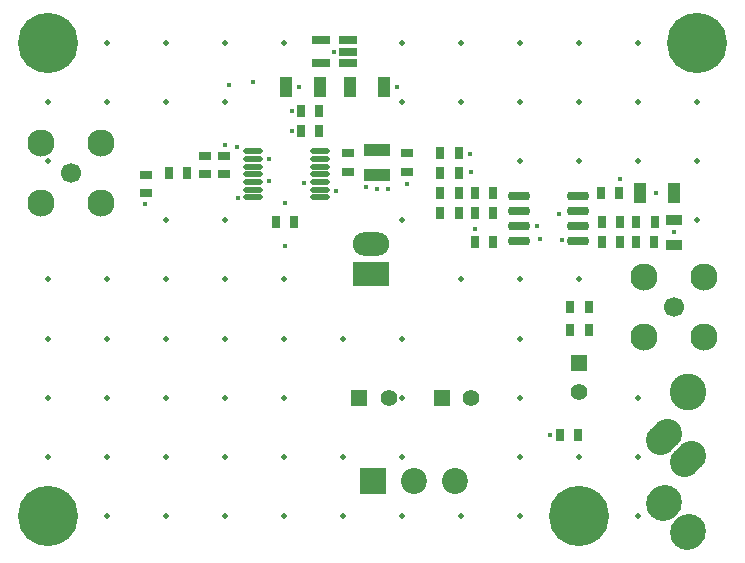
<source format=gts>
G04*
G04 #@! TF.GenerationSoftware,Altium Limited,Altium Designer,21.9.1 (22)*
G04*
G04 Layer_Color=8388736*
%FSAX44Y44*%
%MOMM*%
G71*
G04*
G04 #@! TF.SameCoordinates,86785AD5-1920-4A7D-B972-61179B801B7D*
G04*
G04*
G04 #@! TF.FilePolarity,Negative*
G04*
G01*
G75*
%ADD17R,0.7000X1.0500*%
%ADD18R,1.0500X0.7000*%
%ADD19O,1.7000X0.5000*%
G04:AMPARAMS|DCode=20|XSize=0.7mm|YSize=1.8mm|CornerRadius=0.2mm|HoleSize=0mm|Usage=FLASHONLY|Rotation=90.000|XOffset=0mm|YOffset=0mm|HoleType=Round|Shape=RoundedRectangle|*
%AMROUNDEDRECTD20*
21,1,0.7000,1.4000,0,0,90.0*
21,1,0.3000,1.8000,0,0,90.0*
1,1,0.4000,0.7000,0.1500*
1,1,0.4000,0.7000,-0.1500*
1,1,0.4000,-0.7000,-0.1500*
1,1,0.4000,-0.7000,0.1500*
%
%ADD20ROUNDEDRECTD20*%
%ADD21R,1.1000X1.7500*%
%ADD22R,1.4500X0.9000*%
%ADD23R,2.3000X1.0000*%
%ADD24R,1.5000X0.7000*%
%ADD25O,3.1000X2.0000*%
%ADD26R,3.1000X2.0000*%
%ADD27C,1.7000*%
%ADD28C,2.3000*%
%ADD29R,1.4000X1.4000*%
%ADD30C,1.4000*%
G04:AMPARAMS|DCode=31|XSize=2.5mm|YSize=3.3mm|CornerRadius=0mm|HoleSize=0mm|Usage=FLASHONLY|Rotation=135.000|XOffset=0mm|YOffset=0mm|HoleType=Round|Shape=Round|*
%AMOVALD31*
21,1,0.8000,2.5000,0.0000,0.0000,225.0*
1,1,2.5000,0.2828,0.2828*
1,1,2.5000,-0.2828,-0.2828*
%
%ADD31OVALD31*%

G04:AMPARAMS|DCode=32|XSize=2.9mm|YSize=3.1mm|CornerRadius=0mm|HoleSize=0mm|Usage=FLASHONLY|Rotation=135.000|XOffset=0mm|YOffset=0mm|HoleType=Round|Shape=Round|*
%AMOVALD32*
21,1,0.2000,2.9000,0.0000,0.0000,225.0*
1,1,2.9000,0.0707,0.0707*
1,1,2.9000,-0.0707,-0.0707*
%
%ADD32OVALD32*%

%ADD33C,3.1000*%
%ADD34C,2.2000*%
%ADD35R,2.2000X2.2000*%
%ADD36R,1.4000X1.4000*%
%ADD37C,5.1000*%
%ADD38C,0.5000*%
%ADD39C,0.4000*%
D17*
X01842250Y01407000D02*
D03*
X01857750D02*
D03*
X01614250Y01576000D02*
D03*
X01629750D02*
D03*
X01614250Y01593000D02*
D03*
X01629750D02*
D03*
X01747750Y01523000D02*
D03*
X01732250D02*
D03*
X01898250Y01499000D02*
D03*
X01913750D02*
D03*
X01776750Y01523000D02*
D03*
X01761250D02*
D03*
X01869250Y01499000D02*
D03*
X01884750D02*
D03*
X01502250Y01540000D02*
D03*
X01517750D02*
D03*
X01608750Y01499000D02*
D03*
X01593250D02*
D03*
X01776750Y01506000D02*
D03*
X01761250D02*
D03*
X01747750D02*
D03*
X01732250D02*
D03*
X01869250Y01482000D02*
D03*
X01884750D02*
D03*
X01898000D02*
D03*
X01913500D02*
D03*
X01857750Y01427000D02*
D03*
X01842250D02*
D03*
X01747750Y01540000D02*
D03*
X01732250D02*
D03*
X01747750Y01557000D02*
D03*
X01732250D02*
D03*
X01848750Y01318000D02*
D03*
X01833250D02*
D03*
X01761250Y01482000D02*
D03*
X01776750D02*
D03*
X01883750Y01523000D02*
D03*
X01868250D02*
D03*
D18*
X01533000Y01554750D02*
D03*
Y01539250D02*
D03*
X01654000Y01556750D02*
D03*
Y01541250D02*
D03*
X01549000Y01539250D02*
D03*
Y01554750D02*
D03*
X01483000Y01538750D02*
D03*
Y01523250D02*
D03*
X01704000Y01541250D02*
D03*
Y01556750D02*
D03*
D19*
X01574000Y01558500D02*
D03*
Y01552000D02*
D03*
Y01545500D02*
D03*
Y01539000D02*
D03*
Y01532500D02*
D03*
Y01526000D02*
D03*
Y01519500D02*
D03*
X01630000Y01558500D02*
D03*
Y01552000D02*
D03*
Y01545500D02*
D03*
Y01539000D02*
D03*
Y01532500D02*
D03*
Y01526000D02*
D03*
Y01519500D02*
D03*
D20*
X01799000Y01521050D02*
D03*
Y01508350D02*
D03*
Y01495650D02*
D03*
Y01482950D02*
D03*
X01849000Y01521050D02*
D03*
Y01508350D02*
D03*
Y01495650D02*
D03*
Y01482950D02*
D03*
D21*
X01901500Y01523000D02*
D03*
X01930500D02*
D03*
X01601500Y01613000D02*
D03*
X01630500D02*
D03*
X01684500D02*
D03*
X01655500D02*
D03*
D22*
X01930000Y01478750D02*
D03*
Y01500500D02*
D03*
D23*
X01679000Y01538500D02*
D03*
Y01559500D02*
D03*
D24*
X01654500Y01633500D02*
D03*
Y01643000D02*
D03*
Y01652500D02*
D03*
X01631500D02*
D03*
Y01633500D02*
D03*
D25*
X01674000Y01480000D02*
D03*
D26*
Y01454600D02*
D03*
D27*
X01420000Y01540000D02*
D03*
X01930000Y01427000D02*
D03*
D28*
X01394600Y01514600D02*
D03*
X01445400D02*
D03*
Y01565400D02*
D03*
X01394600D02*
D03*
X01904600Y01401600D02*
D03*
X01955400D02*
D03*
Y01452400D02*
D03*
X01904600D02*
D03*
D29*
X01850000Y01379500D02*
D03*
D30*
Y01354500D02*
D03*
X01688500Y01350000D02*
D03*
X01758500D02*
D03*
D31*
X01922000Y01317000D02*
D03*
X01942000Y01298000D02*
D03*
D32*
X01922000Y01261000D02*
D03*
X01942000Y01236500D02*
D03*
D33*
Y01354500D02*
D03*
D34*
X01710000Y01279001D02*
D03*
X01745000D02*
D03*
D35*
X01675000D02*
D03*
D36*
X01663500Y01350000D02*
D03*
X01733500D02*
D03*
D37*
X01400000Y01650000D02*
D03*
X01950000D02*
D03*
X01850000Y01250000D02*
D03*
X01400000D02*
D03*
D38*
X01950000Y01600000D02*
D03*
Y01550000D02*
D03*
Y01500000D02*
D03*
X01900000Y01650000D02*
D03*
Y01600000D02*
D03*
Y01550000D02*
D03*
Y01350000D02*
D03*
Y01300000D02*
D03*
Y01250000D02*
D03*
X01850000Y01650000D02*
D03*
Y01600000D02*
D03*
Y01550000D02*
D03*
Y01450000D02*
D03*
Y01300000D02*
D03*
X01800000Y01650000D02*
D03*
Y01600000D02*
D03*
Y01550000D02*
D03*
Y01450000D02*
D03*
Y01400000D02*
D03*
Y01350000D02*
D03*
Y01300000D02*
D03*
Y01250000D02*
D03*
X01750000Y01650000D02*
D03*
Y01600000D02*
D03*
Y01450000D02*
D03*
Y01250000D02*
D03*
X01700000Y01650000D02*
D03*
Y01600000D02*
D03*
Y01500000D02*
D03*
Y01400000D02*
D03*
Y01350000D02*
D03*
Y01300000D02*
D03*
Y01250000D02*
D03*
X01650000Y01400000D02*
D03*
Y01300000D02*
D03*
Y01250000D02*
D03*
X01600000Y01650000D02*
D03*
Y01450000D02*
D03*
Y01400000D02*
D03*
Y01350000D02*
D03*
Y01300000D02*
D03*
Y01250000D02*
D03*
X01550000Y01650000D02*
D03*
Y01600000D02*
D03*
Y01500000D02*
D03*
Y01450000D02*
D03*
Y01400000D02*
D03*
Y01350000D02*
D03*
Y01300000D02*
D03*
Y01250000D02*
D03*
X01500000Y01650000D02*
D03*
Y01600000D02*
D03*
Y01500000D02*
D03*
Y01450000D02*
D03*
Y01400000D02*
D03*
Y01350000D02*
D03*
Y01300000D02*
D03*
Y01250000D02*
D03*
X01450000Y01650000D02*
D03*
Y01600000D02*
D03*
Y01450000D02*
D03*
Y01400000D02*
D03*
Y01350000D02*
D03*
Y01300000D02*
D03*
Y01250000D02*
D03*
X01400000Y01600000D02*
D03*
Y01550000D02*
D03*
Y01450000D02*
D03*
Y01400000D02*
D03*
Y01350000D02*
D03*
Y01300000D02*
D03*
D39*
X01482000Y01514000D02*
D03*
X01574000Y01617000D02*
D03*
X01553000Y01615000D02*
D03*
X01550000Y01564000D02*
D03*
X01560000Y01562000D02*
D03*
X01587000Y01552000D02*
D03*
X01561000Y01519000D02*
D03*
X01587000Y01533040D02*
D03*
X01617000Y01532000D02*
D03*
X01643960Y01525000D02*
D03*
X01825000Y01318000D02*
D03*
X01817000Y01484000D02*
D03*
X01833040Y01505000D02*
D03*
X01696000Y01613000D02*
D03*
X01642000Y01643000D02*
D03*
X01613000Y01613000D02*
D03*
X01607000Y01593000D02*
D03*
Y01576000D02*
D03*
X01601000Y01515000D02*
D03*
Y01478000D02*
D03*
X01688000Y01527000D02*
D03*
X01669000Y01528000D02*
D03*
X01679000Y01527000D02*
D03*
X01704000Y01531000D02*
D03*
X01757000Y01556000D02*
D03*
X01758000Y01541000D02*
D03*
X01930000Y01490000D02*
D03*
X01915000Y01523000D02*
D03*
X01762000Y01493000D02*
D03*
X01884000Y01535000D02*
D03*
X01835000Y01483000D02*
D03*
X01814000Y01495000D02*
D03*
M02*

</source>
